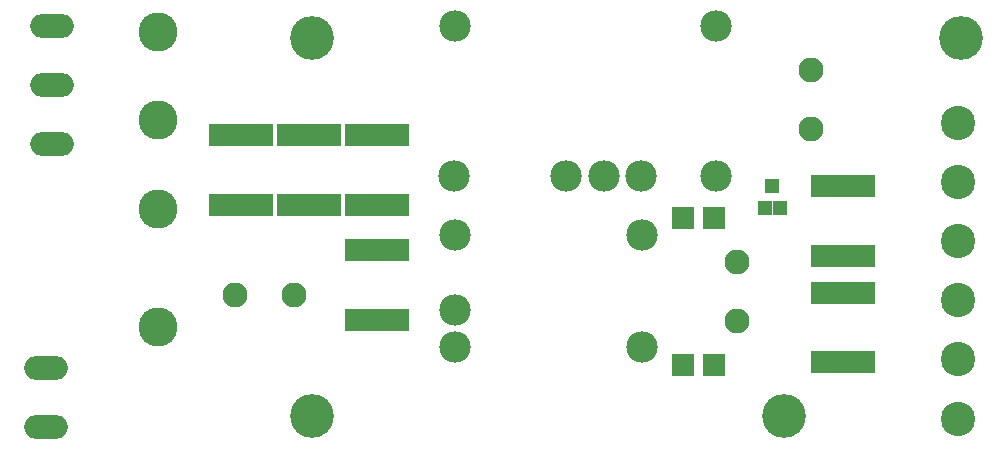
<source format=gts>
G04 (created by PCBNEW-RS274X (2010-03-14)-final) date Tue 10 Jan 2012 23:21:23 GMT*
G01*
G70*
G90*
%MOIN*%
G04 Gerber Fmt 3.4, Leading zero omitted, Abs format*
%FSLAX34Y34*%
G04 APERTURE LIST*
%ADD10C,0.006000*%
%ADD11C,0.105000*%
%ADD12C,0.083000*%
%ADD13C,0.114500*%
%ADD14R,0.075100X0.075100*%
%ADD15R,0.216900X0.075100*%
%ADD16R,0.047600X0.047600*%
%ADD17R,0.051500X0.051500*%
%ADD18O,0.146000X0.079100*%
%ADD19C,0.146000*%
%ADD20C,0.130200*%
G04 APERTURE END LIST*
G54D10*
G54D11*
X47098Y-30185D03*
X47098Y-32685D03*
X47098Y-33935D03*
X53348Y-33935D03*
X53348Y-30185D03*
X47117Y-23248D03*
X47067Y-28248D03*
X50817Y-28248D03*
X52067Y-28248D03*
X53317Y-28248D03*
X55817Y-28248D03*
X55817Y-23248D03*
G54D12*
X56496Y-31103D03*
X56496Y-33072D03*
X58957Y-26673D03*
X58957Y-24704D03*
X41732Y-32185D03*
X39763Y-32185D03*
G54D13*
X63878Y-26477D03*
X63878Y-28446D03*
X63878Y-30414D03*
X63878Y-32383D03*
X63878Y-34351D03*
X63878Y-36320D03*
G54D14*
X54704Y-34547D03*
X55728Y-34547D03*
X55728Y-29626D03*
X54704Y-29626D03*
G54D15*
X60039Y-32126D03*
X60039Y-34449D03*
X44488Y-33032D03*
X44488Y-30709D03*
X60039Y-28582D03*
X60039Y-30905D03*
X44488Y-29193D03*
X44488Y-26870D03*
X42224Y-29193D03*
X42224Y-26870D03*
X39961Y-29193D03*
X39961Y-26870D03*
G54D16*
X57421Y-29291D03*
X57933Y-29291D03*
G54D17*
X57677Y-28563D03*
G54D18*
X33465Y-36615D03*
X33465Y-34646D03*
G54D19*
X42323Y-23622D03*
X63976Y-23622D03*
G54D18*
X33661Y-23229D03*
X33661Y-25198D03*
X33661Y-27166D03*
G54D19*
X58071Y-36220D03*
X42323Y-36220D03*
G54D20*
X37205Y-33267D03*
X37205Y-29330D03*
X37205Y-26377D03*
X37205Y-23424D03*
M02*

</source>
